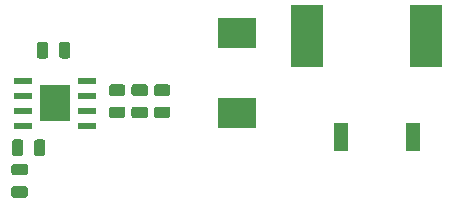
<source format=gbr>
G04 #@! TF.GenerationSoftware,KiCad,Pcbnew,(5.1.5)-3*
G04 #@! TF.CreationDate,2020-11-29T18:23:40-05:00*
G04 #@! TF.ProjectId,Buck_Controle,4275636b-5f43-46f6-9e74-726f6c652e6b,rev?*
G04 #@! TF.SameCoordinates,Original*
G04 #@! TF.FileFunction,Paste,Top*
G04 #@! TF.FilePolarity,Positive*
%FSLAX46Y46*%
G04 Gerber Fmt 4.6, Leading zero omitted, Abs format (unit mm)*
G04 Created by KiCad (PCBNEW (5.1.5)-3) date 2020-11-29 18:23:40*
%MOMM*%
%LPD*%
G04 APERTURE LIST*
%ADD10C,0.100000*%
%ADD11R,1.300000X2.400000*%
%ADD12R,2.800000X5.300000*%
%ADD13R,2.600000X3.100000*%
%ADD14R,1.550000X0.600000*%
%ADD15R,3.300000X2.500000*%
G04 APERTURE END LIST*
D10*
G36*
X202197642Y-79311174D02*
G01*
X202221303Y-79314684D01*
X202244507Y-79320496D01*
X202267029Y-79328554D01*
X202288653Y-79338782D01*
X202309170Y-79351079D01*
X202328383Y-79365329D01*
X202346107Y-79381393D01*
X202362171Y-79399117D01*
X202376421Y-79418330D01*
X202388718Y-79438847D01*
X202398946Y-79460471D01*
X202407004Y-79482993D01*
X202412816Y-79506197D01*
X202416326Y-79529858D01*
X202417500Y-79553750D01*
X202417500Y-80466250D01*
X202416326Y-80490142D01*
X202412816Y-80513803D01*
X202407004Y-80537007D01*
X202398946Y-80559529D01*
X202388718Y-80581153D01*
X202376421Y-80601670D01*
X202362171Y-80620883D01*
X202346107Y-80638607D01*
X202328383Y-80654671D01*
X202309170Y-80668921D01*
X202288653Y-80681218D01*
X202267029Y-80691446D01*
X202244507Y-80699504D01*
X202221303Y-80705316D01*
X202197642Y-80708826D01*
X202173750Y-80710000D01*
X201686250Y-80710000D01*
X201662358Y-80708826D01*
X201638697Y-80705316D01*
X201615493Y-80699504D01*
X201592971Y-80691446D01*
X201571347Y-80681218D01*
X201550830Y-80668921D01*
X201531617Y-80654671D01*
X201513893Y-80638607D01*
X201497829Y-80620883D01*
X201483579Y-80601670D01*
X201471282Y-80581153D01*
X201461054Y-80559529D01*
X201452996Y-80537007D01*
X201447184Y-80513803D01*
X201443674Y-80490142D01*
X201442500Y-80466250D01*
X201442500Y-79553750D01*
X201443674Y-79529858D01*
X201447184Y-79506197D01*
X201452996Y-79482993D01*
X201461054Y-79460471D01*
X201471282Y-79438847D01*
X201483579Y-79418330D01*
X201497829Y-79399117D01*
X201513893Y-79381393D01*
X201531617Y-79365329D01*
X201550830Y-79351079D01*
X201571347Y-79338782D01*
X201592971Y-79328554D01*
X201615493Y-79320496D01*
X201638697Y-79314684D01*
X201662358Y-79311174D01*
X201686250Y-79310000D01*
X202173750Y-79310000D01*
X202197642Y-79311174D01*
G37*
G36*
X200322642Y-79311174D02*
G01*
X200346303Y-79314684D01*
X200369507Y-79320496D01*
X200392029Y-79328554D01*
X200413653Y-79338782D01*
X200434170Y-79351079D01*
X200453383Y-79365329D01*
X200471107Y-79381393D01*
X200487171Y-79399117D01*
X200501421Y-79418330D01*
X200513718Y-79438847D01*
X200523946Y-79460471D01*
X200532004Y-79482993D01*
X200537816Y-79506197D01*
X200541326Y-79529858D01*
X200542500Y-79553750D01*
X200542500Y-80466250D01*
X200541326Y-80490142D01*
X200537816Y-80513803D01*
X200532004Y-80537007D01*
X200523946Y-80559529D01*
X200513718Y-80581153D01*
X200501421Y-80601670D01*
X200487171Y-80620883D01*
X200471107Y-80638607D01*
X200453383Y-80654671D01*
X200434170Y-80668921D01*
X200413653Y-80681218D01*
X200392029Y-80691446D01*
X200369507Y-80699504D01*
X200346303Y-80705316D01*
X200322642Y-80708826D01*
X200298750Y-80710000D01*
X199811250Y-80710000D01*
X199787358Y-80708826D01*
X199763697Y-80705316D01*
X199740493Y-80699504D01*
X199717971Y-80691446D01*
X199696347Y-80681218D01*
X199675830Y-80668921D01*
X199656617Y-80654671D01*
X199638893Y-80638607D01*
X199622829Y-80620883D01*
X199608579Y-80601670D01*
X199596282Y-80581153D01*
X199586054Y-80559529D01*
X199577996Y-80537007D01*
X199572184Y-80513803D01*
X199568674Y-80490142D01*
X199567500Y-80466250D01*
X199567500Y-79553750D01*
X199568674Y-79529858D01*
X199572184Y-79506197D01*
X199577996Y-79482993D01*
X199586054Y-79460471D01*
X199596282Y-79438847D01*
X199608579Y-79418330D01*
X199622829Y-79399117D01*
X199638893Y-79381393D01*
X199656617Y-79365329D01*
X199675830Y-79351079D01*
X199696347Y-79338782D01*
X199717971Y-79328554D01*
X199740493Y-79320496D01*
X199763697Y-79314684D01*
X199787358Y-79311174D01*
X199811250Y-79310000D01*
X200298750Y-79310000D01*
X200322642Y-79311174D01*
G37*
D11*
X225300000Y-87350000D03*
X231400000Y-87350000D03*
D12*
X222450000Y-78800000D03*
X232550000Y-78800000D03*
D10*
G36*
X200087142Y-87566174D02*
G01*
X200110803Y-87569684D01*
X200134007Y-87575496D01*
X200156529Y-87583554D01*
X200178153Y-87593782D01*
X200198670Y-87606079D01*
X200217883Y-87620329D01*
X200235607Y-87636393D01*
X200251671Y-87654117D01*
X200265921Y-87673330D01*
X200278218Y-87693847D01*
X200288446Y-87715471D01*
X200296504Y-87737993D01*
X200302316Y-87761197D01*
X200305826Y-87784858D01*
X200307000Y-87808750D01*
X200307000Y-88721250D01*
X200305826Y-88745142D01*
X200302316Y-88768803D01*
X200296504Y-88792007D01*
X200288446Y-88814529D01*
X200278218Y-88836153D01*
X200265921Y-88856670D01*
X200251671Y-88875883D01*
X200235607Y-88893607D01*
X200217883Y-88909671D01*
X200198670Y-88923921D01*
X200178153Y-88936218D01*
X200156529Y-88946446D01*
X200134007Y-88954504D01*
X200110803Y-88960316D01*
X200087142Y-88963826D01*
X200063250Y-88965000D01*
X199575750Y-88965000D01*
X199551858Y-88963826D01*
X199528197Y-88960316D01*
X199504993Y-88954504D01*
X199482471Y-88946446D01*
X199460847Y-88936218D01*
X199440330Y-88923921D01*
X199421117Y-88909671D01*
X199403393Y-88893607D01*
X199387329Y-88875883D01*
X199373079Y-88856670D01*
X199360782Y-88836153D01*
X199350554Y-88814529D01*
X199342496Y-88792007D01*
X199336684Y-88768803D01*
X199333174Y-88745142D01*
X199332000Y-88721250D01*
X199332000Y-87808750D01*
X199333174Y-87784858D01*
X199336684Y-87761197D01*
X199342496Y-87737993D01*
X199350554Y-87715471D01*
X199360782Y-87693847D01*
X199373079Y-87673330D01*
X199387329Y-87654117D01*
X199403393Y-87636393D01*
X199421117Y-87620329D01*
X199440330Y-87606079D01*
X199460847Y-87593782D01*
X199482471Y-87583554D01*
X199504993Y-87575496D01*
X199528197Y-87569684D01*
X199551858Y-87566174D01*
X199575750Y-87565000D01*
X200063250Y-87565000D01*
X200087142Y-87566174D01*
G37*
G36*
X198212142Y-87566174D02*
G01*
X198235803Y-87569684D01*
X198259007Y-87575496D01*
X198281529Y-87583554D01*
X198303153Y-87593782D01*
X198323670Y-87606079D01*
X198342883Y-87620329D01*
X198360607Y-87636393D01*
X198376671Y-87654117D01*
X198390921Y-87673330D01*
X198403218Y-87693847D01*
X198413446Y-87715471D01*
X198421504Y-87737993D01*
X198427316Y-87761197D01*
X198430826Y-87784858D01*
X198432000Y-87808750D01*
X198432000Y-88721250D01*
X198430826Y-88745142D01*
X198427316Y-88768803D01*
X198421504Y-88792007D01*
X198413446Y-88814529D01*
X198403218Y-88836153D01*
X198390921Y-88856670D01*
X198376671Y-88875883D01*
X198360607Y-88893607D01*
X198342883Y-88909671D01*
X198323670Y-88923921D01*
X198303153Y-88936218D01*
X198281529Y-88946446D01*
X198259007Y-88954504D01*
X198235803Y-88960316D01*
X198212142Y-88963826D01*
X198188250Y-88965000D01*
X197700750Y-88965000D01*
X197676858Y-88963826D01*
X197653197Y-88960316D01*
X197629993Y-88954504D01*
X197607471Y-88946446D01*
X197585847Y-88936218D01*
X197565330Y-88923921D01*
X197546117Y-88909671D01*
X197528393Y-88893607D01*
X197512329Y-88875883D01*
X197498079Y-88856670D01*
X197485782Y-88836153D01*
X197475554Y-88814529D01*
X197467496Y-88792007D01*
X197461684Y-88768803D01*
X197458174Y-88745142D01*
X197457000Y-88721250D01*
X197457000Y-87808750D01*
X197458174Y-87784858D01*
X197461684Y-87761197D01*
X197467496Y-87737993D01*
X197475554Y-87715471D01*
X197485782Y-87693847D01*
X197498079Y-87673330D01*
X197512329Y-87654117D01*
X197528393Y-87636393D01*
X197546117Y-87620329D01*
X197565330Y-87606079D01*
X197585847Y-87593782D01*
X197607471Y-87583554D01*
X197629993Y-87575496D01*
X197653197Y-87569684D01*
X197676858Y-87566174D01*
X197700750Y-87565000D01*
X198188250Y-87565000D01*
X198212142Y-87566174D01*
G37*
G36*
X198600142Y-91510174D02*
G01*
X198623803Y-91513684D01*
X198647007Y-91519496D01*
X198669529Y-91527554D01*
X198691153Y-91537782D01*
X198711670Y-91550079D01*
X198730883Y-91564329D01*
X198748607Y-91580393D01*
X198764671Y-91598117D01*
X198778921Y-91617330D01*
X198791218Y-91637847D01*
X198801446Y-91659471D01*
X198809504Y-91681993D01*
X198815316Y-91705197D01*
X198818826Y-91728858D01*
X198820000Y-91752750D01*
X198820000Y-92240250D01*
X198818826Y-92264142D01*
X198815316Y-92287803D01*
X198809504Y-92311007D01*
X198801446Y-92333529D01*
X198791218Y-92355153D01*
X198778921Y-92375670D01*
X198764671Y-92394883D01*
X198748607Y-92412607D01*
X198730883Y-92428671D01*
X198711670Y-92442921D01*
X198691153Y-92455218D01*
X198669529Y-92465446D01*
X198647007Y-92473504D01*
X198623803Y-92479316D01*
X198600142Y-92482826D01*
X198576250Y-92484000D01*
X197663750Y-92484000D01*
X197639858Y-92482826D01*
X197616197Y-92479316D01*
X197592993Y-92473504D01*
X197570471Y-92465446D01*
X197548847Y-92455218D01*
X197528330Y-92442921D01*
X197509117Y-92428671D01*
X197491393Y-92412607D01*
X197475329Y-92394883D01*
X197461079Y-92375670D01*
X197448782Y-92355153D01*
X197438554Y-92333529D01*
X197430496Y-92311007D01*
X197424684Y-92287803D01*
X197421174Y-92264142D01*
X197420000Y-92240250D01*
X197420000Y-91752750D01*
X197421174Y-91728858D01*
X197424684Y-91705197D01*
X197430496Y-91681993D01*
X197438554Y-91659471D01*
X197448782Y-91637847D01*
X197461079Y-91617330D01*
X197475329Y-91598117D01*
X197491393Y-91580393D01*
X197509117Y-91564329D01*
X197528330Y-91550079D01*
X197548847Y-91537782D01*
X197570471Y-91527554D01*
X197592993Y-91519496D01*
X197616197Y-91513684D01*
X197639858Y-91510174D01*
X197663750Y-91509000D01*
X198576250Y-91509000D01*
X198600142Y-91510174D01*
G37*
G36*
X198600142Y-89635174D02*
G01*
X198623803Y-89638684D01*
X198647007Y-89644496D01*
X198669529Y-89652554D01*
X198691153Y-89662782D01*
X198711670Y-89675079D01*
X198730883Y-89689329D01*
X198748607Y-89705393D01*
X198764671Y-89723117D01*
X198778921Y-89742330D01*
X198791218Y-89762847D01*
X198801446Y-89784471D01*
X198809504Y-89806993D01*
X198815316Y-89830197D01*
X198818826Y-89853858D01*
X198820000Y-89877750D01*
X198820000Y-90365250D01*
X198818826Y-90389142D01*
X198815316Y-90412803D01*
X198809504Y-90436007D01*
X198801446Y-90458529D01*
X198791218Y-90480153D01*
X198778921Y-90500670D01*
X198764671Y-90519883D01*
X198748607Y-90537607D01*
X198730883Y-90553671D01*
X198711670Y-90567921D01*
X198691153Y-90580218D01*
X198669529Y-90590446D01*
X198647007Y-90598504D01*
X198623803Y-90604316D01*
X198600142Y-90607826D01*
X198576250Y-90609000D01*
X197663750Y-90609000D01*
X197639858Y-90607826D01*
X197616197Y-90604316D01*
X197592993Y-90598504D01*
X197570471Y-90590446D01*
X197548847Y-90580218D01*
X197528330Y-90567921D01*
X197509117Y-90553671D01*
X197491393Y-90537607D01*
X197475329Y-90519883D01*
X197461079Y-90500670D01*
X197448782Y-90480153D01*
X197438554Y-90458529D01*
X197430496Y-90436007D01*
X197424684Y-90412803D01*
X197421174Y-90389142D01*
X197420000Y-90365250D01*
X197420000Y-89877750D01*
X197421174Y-89853858D01*
X197424684Y-89830197D01*
X197430496Y-89806993D01*
X197438554Y-89784471D01*
X197448782Y-89762847D01*
X197461079Y-89742330D01*
X197475329Y-89723117D01*
X197491393Y-89705393D01*
X197509117Y-89689329D01*
X197528330Y-89675079D01*
X197548847Y-89662782D01*
X197570471Y-89652554D01*
X197592993Y-89644496D01*
X197616197Y-89638684D01*
X197639858Y-89635174D01*
X197663750Y-89634000D01*
X198576250Y-89634000D01*
X198600142Y-89635174D01*
G37*
D13*
X201105001Y-84485001D03*
D14*
X198405001Y-82580001D03*
X198405001Y-83850001D03*
X198405001Y-85120001D03*
X198405001Y-86390001D03*
X203805001Y-86390001D03*
X203805001Y-85120001D03*
X203805001Y-83850001D03*
X203805001Y-82580001D03*
D15*
X216535000Y-78515000D03*
X216535000Y-85315000D03*
D10*
G36*
X210665142Y-82901174D02*
G01*
X210688803Y-82904684D01*
X210712007Y-82910496D01*
X210734529Y-82918554D01*
X210756153Y-82928782D01*
X210776670Y-82941079D01*
X210795883Y-82955329D01*
X210813607Y-82971393D01*
X210829671Y-82989117D01*
X210843921Y-83008330D01*
X210856218Y-83028847D01*
X210866446Y-83050471D01*
X210874504Y-83072993D01*
X210880316Y-83096197D01*
X210883826Y-83119858D01*
X210885000Y-83143750D01*
X210885000Y-83631250D01*
X210883826Y-83655142D01*
X210880316Y-83678803D01*
X210874504Y-83702007D01*
X210866446Y-83724529D01*
X210856218Y-83746153D01*
X210843921Y-83766670D01*
X210829671Y-83785883D01*
X210813607Y-83803607D01*
X210795883Y-83819671D01*
X210776670Y-83833921D01*
X210756153Y-83846218D01*
X210734529Y-83856446D01*
X210712007Y-83864504D01*
X210688803Y-83870316D01*
X210665142Y-83873826D01*
X210641250Y-83875000D01*
X209728750Y-83875000D01*
X209704858Y-83873826D01*
X209681197Y-83870316D01*
X209657993Y-83864504D01*
X209635471Y-83856446D01*
X209613847Y-83846218D01*
X209593330Y-83833921D01*
X209574117Y-83819671D01*
X209556393Y-83803607D01*
X209540329Y-83785883D01*
X209526079Y-83766670D01*
X209513782Y-83746153D01*
X209503554Y-83724529D01*
X209495496Y-83702007D01*
X209489684Y-83678803D01*
X209486174Y-83655142D01*
X209485000Y-83631250D01*
X209485000Y-83143750D01*
X209486174Y-83119858D01*
X209489684Y-83096197D01*
X209495496Y-83072993D01*
X209503554Y-83050471D01*
X209513782Y-83028847D01*
X209526079Y-83008330D01*
X209540329Y-82989117D01*
X209556393Y-82971393D01*
X209574117Y-82955329D01*
X209593330Y-82941079D01*
X209613847Y-82928782D01*
X209635471Y-82918554D01*
X209657993Y-82910496D01*
X209681197Y-82904684D01*
X209704858Y-82901174D01*
X209728750Y-82900000D01*
X210641250Y-82900000D01*
X210665142Y-82901174D01*
G37*
G36*
X210665142Y-84776174D02*
G01*
X210688803Y-84779684D01*
X210712007Y-84785496D01*
X210734529Y-84793554D01*
X210756153Y-84803782D01*
X210776670Y-84816079D01*
X210795883Y-84830329D01*
X210813607Y-84846393D01*
X210829671Y-84864117D01*
X210843921Y-84883330D01*
X210856218Y-84903847D01*
X210866446Y-84925471D01*
X210874504Y-84947993D01*
X210880316Y-84971197D01*
X210883826Y-84994858D01*
X210885000Y-85018750D01*
X210885000Y-85506250D01*
X210883826Y-85530142D01*
X210880316Y-85553803D01*
X210874504Y-85577007D01*
X210866446Y-85599529D01*
X210856218Y-85621153D01*
X210843921Y-85641670D01*
X210829671Y-85660883D01*
X210813607Y-85678607D01*
X210795883Y-85694671D01*
X210776670Y-85708921D01*
X210756153Y-85721218D01*
X210734529Y-85731446D01*
X210712007Y-85739504D01*
X210688803Y-85745316D01*
X210665142Y-85748826D01*
X210641250Y-85750000D01*
X209728750Y-85750000D01*
X209704858Y-85748826D01*
X209681197Y-85745316D01*
X209657993Y-85739504D01*
X209635471Y-85731446D01*
X209613847Y-85721218D01*
X209593330Y-85708921D01*
X209574117Y-85694671D01*
X209556393Y-85678607D01*
X209540329Y-85660883D01*
X209526079Y-85641670D01*
X209513782Y-85621153D01*
X209503554Y-85599529D01*
X209495496Y-85577007D01*
X209489684Y-85553803D01*
X209486174Y-85530142D01*
X209485000Y-85506250D01*
X209485000Y-85018750D01*
X209486174Y-84994858D01*
X209489684Y-84971197D01*
X209495496Y-84947993D01*
X209503554Y-84925471D01*
X209513782Y-84903847D01*
X209526079Y-84883330D01*
X209540329Y-84864117D01*
X209556393Y-84846393D01*
X209574117Y-84830329D01*
X209593330Y-84816079D01*
X209613847Y-84803782D01*
X209635471Y-84793554D01*
X209657993Y-84785496D01*
X209681197Y-84779684D01*
X209704858Y-84776174D01*
X209728750Y-84775000D01*
X210641250Y-84775000D01*
X210665142Y-84776174D01*
G37*
G36*
X208760142Y-84776174D02*
G01*
X208783803Y-84779684D01*
X208807007Y-84785496D01*
X208829529Y-84793554D01*
X208851153Y-84803782D01*
X208871670Y-84816079D01*
X208890883Y-84830329D01*
X208908607Y-84846393D01*
X208924671Y-84864117D01*
X208938921Y-84883330D01*
X208951218Y-84903847D01*
X208961446Y-84925471D01*
X208969504Y-84947993D01*
X208975316Y-84971197D01*
X208978826Y-84994858D01*
X208980000Y-85018750D01*
X208980000Y-85506250D01*
X208978826Y-85530142D01*
X208975316Y-85553803D01*
X208969504Y-85577007D01*
X208961446Y-85599529D01*
X208951218Y-85621153D01*
X208938921Y-85641670D01*
X208924671Y-85660883D01*
X208908607Y-85678607D01*
X208890883Y-85694671D01*
X208871670Y-85708921D01*
X208851153Y-85721218D01*
X208829529Y-85731446D01*
X208807007Y-85739504D01*
X208783803Y-85745316D01*
X208760142Y-85748826D01*
X208736250Y-85750000D01*
X207823750Y-85750000D01*
X207799858Y-85748826D01*
X207776197Y-85745316D01*
X207752993Y-85739504D01*
X207730471Y-85731446D01*
X207708847Y-85721218D01*
X207688330Y-85708921D01*
X207669117Y-85694671D01*
X207651393Y-85678607D01*
X207635329Y-85660883D01*
X207621079Y-85641670D01*
X207608782Y-85621153D01*
X207598554Y-85599529D01*
X207590496Y-85577007D01*
X207584684Y-85553803D01*
X207581174Y-85530142D01*
X207580000Y-85506250D01*
X207580000Y-85018750D01*
X207581174Y-84994858D01*
X207584684Y-84971197D01*
X207590496Y-84947993D01*
X207598554Y-84925471D01*
X207608782Y-84903847D01*
X207621079Y-84883330D01*
X207635329Y-84864117D01*
X207651393Y-84846393D01*
X207669117Y-84830329D01*
X207688330Y-84816079D01*
X207708847Y-84803782D01*
X207730471Y-84793554D01*
X207752993Y-84785496D01*
X207776197Y-84779684D01*
X207799858Y-84776174D01*
X207823750Y-84775000D01*
X208736250Y-84775000D01*
X208760142Y-84776174D01*
G37*
G36*
X208760142Y-82901174D02*
G01*
X208783803Y-82904684D01*
X208807007Y-82910496D01*
X208829529Y-82918554D01*
X208851153Y-82928782D01*
X208871670Y-82941079D01*
X208890883Y-82955329D01*
X208908607Y-82971393D01*
X208924671Y-82989117D01*
X208938921Y-83008330D01*
X208951218Y-83028847D01*
X208961446Y-83050471D01*
X208969504Y-83072993D01*
X208975316Y-83096197D01*
X208978826Y-83119858D01*
X208980000Y-83143750D01*
X208980000Y-83631250D01*
X208978826Y-83655142D01*
X208975316Y-83678803D01*
X208969504Y-83702007D01*
X208961446Y-83724529D01*
X208951218Y-83746153D01*
X208938921Y-83766670D01*
X208924671Y-83785883D01*
X208908607Y-83803607D01*
X208890883Y-83819671D01*
X208871670Y-83833921D01*
X208851153Y-83846218D01*
X208829529Y-83856446D01*
X208807007Y-83864504D01*
X208783803Y-83870316D01*
X208760142Y-83873826D01*
X208736250Y-83875000D01*
X207823750Y-83875000D01*
X207799858Y-83873826D01*
X207776197Y-83870316D01*
X207752993Y-83864504D01*
X207730471Y-83856446D01*
X207708847Y-83846218D01*
X207688330Y-83833921D01*
X207669117Y-83819671D01*
X207651393Y-83803607D01*
X207635329Y-83785883D01*
X207621079Y-83766670D01*
X207608782Y-83746153D01*
X207598554Y-83724529D01*
X207590496Y-83702007D01*
X207584684Y-83678803D01*
X207581174Y-83655142D01*
X207580000Y-83631250D01*
X207580000Y-83143750D01*
X207581174Y-83119858D01*
X207584684Y-83096197D01*
X207590496Y-83072993D01*
X207598554Y-83050471D01*
X207608782Y-83028847D01*
X207621079Y-83008330D01*
X207635329Y-82989117D01*
X207651393Y-82971393D01*
X207669117Y-82955329D01*
X207688330Y-82941079D01*
X207708847Y-82928782D01*
X207730471Y-82918554D01*
X207752993Y-82910496D01*
X207776197Y-82904684D01*
X207799858Y-82901174D01*
X207823750Y-82900000D01*
X208736250Y-82900000D01*
X208760142Y-82901174D01*
G37*
G36*
X206855142Y-82901174D02*
G01*
X206878803Y-82904684D01*
X206902007Y-82910496D01*
X206924529Y-82918554D01*
X206946153Y-82928782D01*
X206966670Y-82941079D01*
X206985883Y-82955329D01*
X207003607Y-82971393D01*
X207019671Y-82989117D01*
X207033921Y-83008330D01*
X207046218Y-83028847D01*
X207056446Y-83050471D01*
X207064504Y-83072993D01*
X207070316Y-83096197D01*
X207073826Y-83119858D01*
X207075000Y-83143750D01*
X207075000Y-83631250D01*
X207073826Y-83655142D01*
X207070316Y-83678803D01*
X207064504Y-83702007D01*
X207056446Y-83724529D01*
X207046218Y-83746153D01*
X207033921Y-83766670D01*
X207019671Y-83785883D01*
X207003607Y-83803607D01*
X206985883Y-83819671D01*
X206966670Y-83833921D01*
X206946153Y-83846218D01*
X206924529Y-83856446D01*
X206902007Y-83864504D01*
X206878803Y-83870316D01*
X206855142Y-83873826D01*
X206831250Y-83875000D01*
X205918750Y-83875000D01*
X205894858Y-83873826D01*
X205871197Y-83870316D01*
X205847993Y-83864504D01*
X205825471Y-83856446D01*
X205803847Y-83846218D01*
X205783330Y-83833921D01*
X205764117Y-83819671D01*
X205746393Y-83803607D01*
X205730329Y-83785883D01*
X205716079Y-83766670D01*
X205703782Y-83746153D01*
X205693554Y-83724529D01*
X205685496Y-83702007D01*
X205679684Y-83678803D01*
X205676174Y-83655142D01*
X205675000Y-83631250D01*
X205675000Y-83143750D01*
X205676174Y-83119858D01*
X205679684Y-83096197D01*
X205685496Y-83072993D01*
X205693554Y-83050471D01*
X205703782Y-83028847D01*
X205716079Y-83008330D01*
X205730329Y-82989117D01*
X205746393Y-82971393D01*
X205764117Y-82955329D01*
X205783330Y-82941079D01*
X205803847Y-82928782D01*
X205825471Y-82918554D01*
X205847993Y-82910496D01*
X205871197Y-82904684D01*
X205894858Y-82901174D01*
X205918750Y-82900000D01*
X206831250Y-82900000D01*
X206855142Y-82901174D01*
G37*
G36*
X206855142Y-84776174D02*
G01*
X206878803Y-84779684D01*
X206902007Y-84785496D01*
X206924529Y-84793554D01*
X206946153Y-84803782D01*
X206966670Y-84816079D01*
X206985883Y-84830329D01*
X207003607Y-84846393D01*
X207019671Y-84864117D01*
X207033921Y-84883330D01*
X207046218Y-84903847D01*
X207056446Y-84925471D01*
X207064504Y-84947993D01*
X207070316Y-84971197D01*
X207073826Y-84994858D01*
X207075000Y-85018750D01*
X207075000Y-85506250D01*
X207073826Y-85530142D01*
X207070316Y-85553803D01*
X207064504Y-85577007D01*
X207056446Y-85599529D01*
X207046218Y-85621153D01*
X207033921Y-85641670D01*
X207019671Y-85660883D01*
X207003607Y-85678607D01*
X206985883Y-85694671D01*
X206966670Y-85708921D01*
X206946153Y-85721218D01*
X206924529Y-85731446D01*
X206902007Y-85739504D01*
X206878803Y-85745316D01*
X206855142Y-85748826D01*
X206831250Y-85750000D01*
X205918750Y-85750000D01*
X205894858Y-85748826D01*
X205871197Y-85745316D01*
X205847993Y-85739504D01*
X205825471Y-85731446D01*
X205803847Y-85721218D01*
X205783330Y-85708921D01*
X205764117Y-85694671D01*
X205746393Y-85678607D01*
X205730329Y-85660883D01*
X205716079Y-85641670D01*
X205703782Y-85621153D01*
X205693554Y-85599529D01*
X205685496Y-85577007D01*
X205679684Y-85553803D01*
X205676174Y-85530142D01*
X205675000Y-85506250D01*
X205675000Y-85018750D01*
X205676174Y-84994858D01*
X205679684Y-84971197D01*
X205685496Y-84947993D01*
X205693554Y-84925471D01*
X205703782Y-84903847D01*
X205716079Y-84883330D01*
X205730329Y-84864117D01*
X205746393Y-84846393D01*
X205764117Y-84830329D01*
X205783330Y-84816079D01*
X205803847Y-84803782D01*
X205825471Y-84793554D01*
X205847993Y-84785496D01*
X205871197Y-84779684D01*
X205894858Y-84776174D01*
X205918750Y-84775000D01*
X206831250Y-84775000D01*
X206855142Y-84776174D01*
G37*
M02*

</source>
